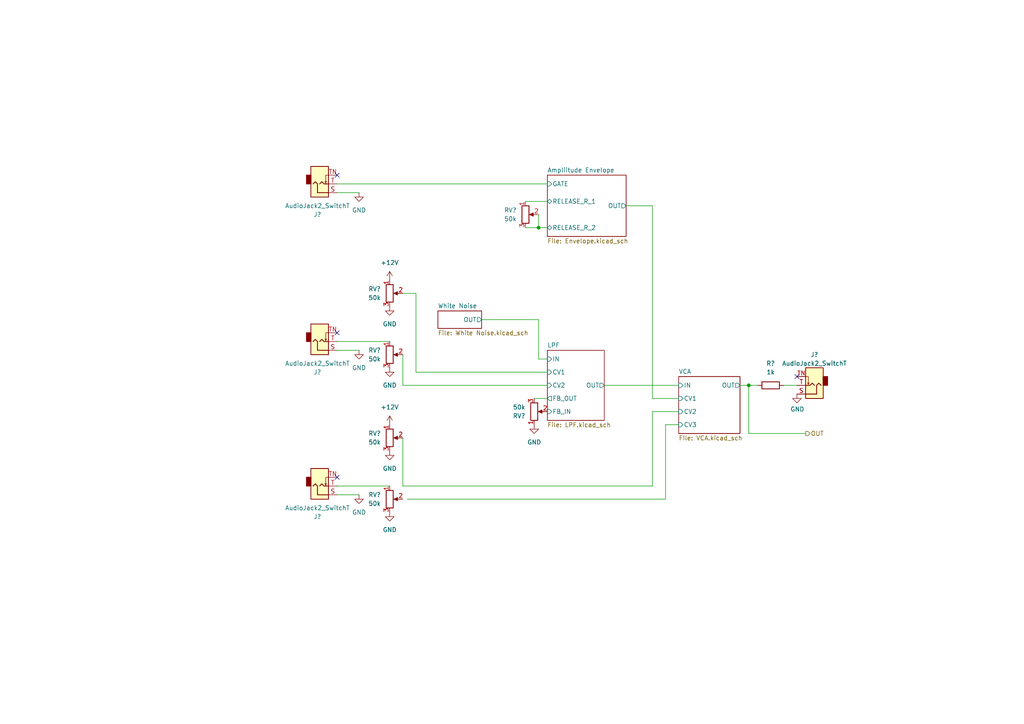
<source format=kicad_sch>
(kicad_sch (version 20211123) (generator eeschema)
  (paper "A4")
  (lib_symbols
    (symbol "Connector:AudioJack2_SwitchT"
      (property "Reference" "J" (at 0 8.89 0))
      (property "Value" "AudioJack2_SwitchT" (at 0 6.35 0))
      (symbol "AudioJack2_SwitchT_0_1"
        (rectangle (start -2.54 0) (end -3.81 -2.54) (stroke (width 0.254)) (fill (type outline)))
        (polyline (pts (xy 1.778 -0.254) (xy 2.032 -0.762)))
        (polyline (pts (xy 0 0) (xy 0.635 -0.635) (xy 1.27 0) (xy 2.54 0)) (stroke (width 0.254)))
        (polyline (pts (xy 2.54 -2.54) (xy 1.778 -2.54) (xy 1.778 -0.254) (xy 1.524 -0.762)))
        (polyline (pts (xy 2.54 2.54) (xy -0.635 2.54) (xy -0.635 0) (xy -1.27 -0.635) (xy -1.905 0)) (stroke (width 0.254)))
        (rectangle (start 2.54 3.81) (end -2.54 -5.08) (stroke (width 0.254)) (fill (type background)))
      )
      (symbol "AudioJack2_SwitchT_1_1"
        (pin passive line (at 5.08 2.54 180) (length 2.54) (name "~") (number "S"))
        (pin passive line (at 5.08 0 180) (length 2.54) (name "~") (number "T"))
        (pin passive line (at 5.08 -2.54 180) (length 2.54) (name "~") (number "TN"))
      )
    )
    (symbol "Device:R" (pin_numbers hide) (pin_names (offset 0))
      (property "Reference" "R" (at 2.032 0 90))
      (property "Value" "R" (at 0 0 90))
      (symbol "R_0_1"
        (rectangle (start -1.016 -2.54) (end 1.016 2.54) (stroke (width 0.254)))
      )
      (symbol "R_1_1"
        (pin passive line (at 0 3.81 270) (length 1.27) (name "~") (number "1"))
        (pin passive line (at 0 -3.81 90) (length 1.27) (name "~") (number "2"))
      )
    )
    (symbol "Device:R_Potentiometer" (pin_names (offset 1.016) hide)
      (property "Reference" "RV" (at -4.445 0 90))
      (property "Value" "R_Potentiometer" (at -2.54 0 90))
      (symbol "R_Potentiometer_0_1"
        (polyline (pts (xy 2.54 0) (xy 1.524 0)))
        (polyline (pts (xy 1.143 0) (xy 2.286 0.508) (xy 2.286 -0.508) (xy 1.143 0)) (fill (type outline)))
        (rectangle (start 1.016 2.54) (end -1.016 -2.54) (stroke (width 0.254)))
      )
      (symbol "R_Potentiometer_1_1"
        (pin passive line (at 0 3.81 270) (length 1.27) (name "1") (number "1"))
        (pin passive line (at 3.81 0 180) (length 1.27) (name "2") (number "2"))
        (pin passive line (at 0 -3.81 90) (length 1.27) (name "3") (number "3"))
      )
    )
    (symbol "power:+12V" (power) (pin_names (offset 0))
      (property "Value" "+12V" (at 0 3.556 0))
      (symbol "+12V_0_1"
        (polyline (pts (xy -0.762 1.27) (xy 0 2.54)))
        (polyline (pts (xy 0 0) (xy 0 2.54)))
        (polyline (pts (xy 0 2.54) (xy 0.762 1.27)))
      )
      (symbol "+12V_1_1"
        (pin power_in line (at 0 0 90) (length 0) hide (name "+12V") (number "1"))
      )
    )
    (symbol "power:GND" (power) (pin_names (offset 0))
      (property "Value" "GND" (at 0 -3.81 0))
      (symbol "GND_0_1"
        (polyline (pts (xy 0 0) (xy 0 -1.27) (xy 1.27 -1.27) (xy 0 -2.54) (xy -1.27 -1.27) (xy 0 -1.27)))
      )
      (symbol "GND_1_1"
        (pin power_in line (at 0 0 270) (length 0) hide (name "GND") (number "1"))
      )
    )
  )
  (junction (at 156.21 66.04))
  (junction (at 217.17 111.76))
  (no_connect (at 97.79 96.52))
  (no_connect (at 97.79 138.43))
  (no_connect (at 97.79 50.8))
  (no_connect (at 231.14 109.22))
  (wire (pts (xy 120.65 85.09) (xy 116.84 85.09)))
  (wire (pts (xy 154.94 115.57) (xy 158.75 115.57)))
  (wire (pts (xy 120.65 107.95) (xy 158.75 107.95)))
  (wire (pts (xy 156.21 66.04) (xy 152.4 66.04)))
  (wire (pts (xy 156.21 62.23) (xy 156.21 66.04)))
  (wire (pts (xy 116.84 111.76) (xy 158.75 111.76)))
  (wire (pts (xy 189.23 119.38) (xy 189.23 140.97)))
  (wire (pts (xy 104.14 143.51) (xy 97.79 143.51)))
  (wire (pts (xy 97.79 53.34) (xy 158.75 53.34)))
  (wire (pts (xy 196.85 119.38) (xy 189.23 119.38)))
  (wire (pts (xy 233.68 125.73) (xy 217.17 125.73)))
  (wire (pts (xy 214.63 111.76) (xy 217.17 111.76)))
  (wire (pts (xy 120.65 107.95) (xy 120.65 85.09)))
  (wire (pts (xy 152.4 58.42) (xy 158.75 58.42)))
  (wire (pts (xy 217.17 125.73) (xy 217.17 111.76)))
  (wire (pts (xy 156.21 66.04) (xy 158.75 66.04)))
  (wire (pts (xy 156.21 92.71) (xy 139.7 92.71)))
  (wire (pts (xy 97.79 140.97) (xy 113.03 140.97)))
  (wire (pts (xy 97.79 99.06) (xy 113.03 99.06)))
  (wire (pts (xy 181.61 59.69) (xy 189.23 59.69)))
  (wire (pts (xy 193.04 123.19) (xy 196.85 123.19)))
  (wire (pts (xy 104.14 55.88) (xy 97.79 55.88)))
  (wire (pts (xy 175.26 111.76) (xy 196.85 111.76)))
  (wire (pts (xy 189.23 115.57) (xy 196.85 115.57)))
  (wire (pts (xy 217.17 111.76) (xy 219.71 111.76)))
  (wire (pts (xy 116.84 102.87) (xy 116.84 111.76)))
  (wire (pts (xy 189.23 59.69) (xy 189.23 115.57)))
  (wire (pts (xy 156.21 104.14) (xy 156.21 92.71)))
  (wire (pts (xy 104.14 101.6) (xy 97.79 101.6)))
  (wire (pts (xy 158.75 104.14) (xy 156.21 104.14)))
  (wire (pts (xy 193.04 144.78) (xy 193.04 123.19)))
  (wire (pts (xy 227.33 111.76) (xy 231.14 111.76)))
  (wire (pts (xy 116.84 140.97) (xy 116.84 127)))
  (wire (pts (xy 118.11 144.78) (xy 193.04 144.78)))
  (wire (pts (xy 189.23 140.97) (xy 116.84 140.97)))
  (hierarchical_label "OUT" (shape output) (at 233.68 125.73 0))
  (symbol (lib_id "power:GND") (at 154.94 123.19 0) (unit 1)
    (property "Reference" "#PWR?" (effects hide))
    (property "Value" "GND" (at 154.94 128.27 0))
  )
  (symbol (lib_id "Connector:AudioJack2_SwitchT") (at 92.71 140.97 0) (mirror x) (unit 1)
    (property "Reference" "J?" (at 92.075 149.86 0))
    (property "Value" "AudioJack2_SwitchT" (at 92.075 147.32 0))
  )
  (symbol (lib_id "Connector:AudioJack2_SwitchT") (at 92.71 99.06 0) (mirror x) (unit 1)
    (property "Reference" "J?" (at 92.075 107.95 0))
    (property "Value" "AudioJack2_SwitchT" (at 92.075 105.41 0))
  )
  (symbol (lib_id "Device:R_Potentiometer") (at 113.03 144.78 0) (unit 1)
    (property "Reference" "RV?" (at 110.49 143.5099 0) (effects (justify right)))
    (property "Value" "50k" (at 110.49 146.0499 0) (effects (justify right)))
  )
  (symbol (lib_id "power:GND") (at 113.03 88.9 0) (unit 1)
    (property "Reference" "#PWR?" (effects hide))
    (property "Value" "GND" (at 113.03 93.98 0))
  )
  (symbol (lib_id "power:GND") (at 113.03 106.68 0) (unit 1)
    (property "Reference" "#PWR?" (effects hide))
    (property "Value" "GND" (at 113.03 111.76 0))
  )
  (symbol (lib_id "Device:R_Potentiometer") (at 113.03 102.87 0) (unit 1)
    (property "Reference" "RV?" (at 110.49 101.5999 0) (effects (justify right)))
    (property "Value" "50k" (at 110.49 104.1399 0) (effects (justify right)))
  )
  (symbol (lib_id "Device:R_Potentiometer") (at 113.03 127 0) (unit 1)
    (property "Reference" "RV?" (at 110.49 125.7299 0) (effects (justify right)))
    (property "Value" "50k" (at 110.49 128.2699 0) (effects (justify right)))
  )
  (symbol (lib_id "Device:R_Potentiometer") (at 152.4 62.23 0) (unit 1)
    (property "Reference" "RV?" (at 149.86 60.9599 0) (effects (justify right)))
    (property "Value" "50k" (at 149.86 63.4999 0) (effects (justify right)))
  )
  (symbol (lib_id "Device:R_Potentiometer") (at 113.03 85.09 0) (unit 1)
    (property "Reference" "RV?" (at 110.49 83.8199 0) (effects (justify right)))
    (property "Value" "50k" (at 110.49 86.3599 0) (effects (justify right)))
  )
  (symbol (lib_id "power:GND") (at 104.14 143.51 0) (unit 1)
    (property "Reference" "#PWR?" (effects hide))
    (property "Value" "GND" (at 104.14 148.59 0))
  )
  (symbol (lib_id "power:GND") (at 113.03 148.59 0) (unit 1)
    (property "Reference" "#PWR?" (effects hide))
    (property "Value" "GND" (at 113.03 153.67 0))
  )
  (symbol (lib_id "Connector:AudioJack2_SwitchT") (at 92.71 53.34 0) (mirror x) (unit 1)
    (property "Reference" "J?" (at 92.075 62.23 0))
    (property "Value" "AudioJack2_SwitchT" (at 92.075 59.69 0))
  )
  (symbol (lib_id "power:GND") (at 104.14 101.6 0) (unit 1)
    (property "Reference" "#PWR?" (effects hide))
    (property "Value" "GND" (at 104.14 106.68 0))
  )
  (symbol (lib_id "power:GND") (at 104.14 55.88 0) (unit 1)
    (property "Reference" "#PWR?" (effects hide))
    (property "Value" "GND" (at 104.14 60.96 0))
  )
  (symbol (lib_id "power:+12V") (at 113.03 123.19 0) (unit 1)
    (property "Reference" "#PWR?" (effects hide))
    (property "Value" "+12V" (at 113.03 118.11 0))
  )
  (symbol (lib_id "power:GND") (at 113.03 130.81 0) (unit 1)
    (property "Reference" "#PWR?" (effects hide))
    (property "Value" "GND" (at 113.03 135.89 0))
  )
  (symbol (lib_id "Device:R_Potentiometer") (at 154.94 119.38 0) (mirror x) (unit 1)
    (property "Reference" "RV?" (at 152.4 120.6501 0) (effects (justify right)))
    (property "Value" "50k" (at 152.4 118.1101 0) (effects (justify right)))
  )
  (symbol (lib_id "power:+12V") (at 113.03 81.28 0) (unit 1)
    (property "Reference" "#PWR?" (effects hide))
    (property "Value" "+12V" (at 113.03 76.2 0))
  )
  (symbol (lib_id "Device:R") (at 223.52 111.76 90) (unit 1)
    (property "Reference" "R?" (at 223.52 105.41 90))
    (property "Value" "1k" (at 223.52 107.95 90))
  )
  (symbol (lib_id "power:GND") (at 231.14 114.3 0) (unit 1)
    (property "Reference" "#PWR?" (effects hide))
    (property "Value" "GND" (at 231.267 118.6942 0))
  )
  (symbol (lib_id "Connector:AudioJack2_SwitchT") (at 236.22 111.76 180) (unit 1)
    (property "Reference" "J?" (at 236.22 102.87 0))
    (property "Value" "AudioJack2_SwitchT" (at 236.22 105.41 0))
    (property "Footprint" "Connector_Audio:Jack_3.5mm_QingPu_WQP-PJ398SM_Vertical_CircularHoles" (effects hide))
  )
  (sheet (at 127 90.17) (size 12.7 5.08) (stroke (width 0.1524))
    (property "Sheet name" "White Noise" (at 127 89.4584 0) (effects (justify left bottom)))
    (property "Sheet file" "White Noise.kicad_sch" (at 127 95.8346 0) (effects (justify left top)))
    (pin "OUT" output (at 139.7 92.71 0))
  )
  (sheet (at 196.85 109.22) (size 17.78 16.51) (stroke (width 0.1524))
    (property "Sheet name" "VCA" (at 196.85 108.5084 0) (effects (justify left bottom)))
    (property "Sheet file" "VCA.kicad_sch" (at 196.85 126.3146 0) (effects (justify left top)))
    (pin "IN" input (at 196.85 111.76 180))
    (pin "OUT" output (at 214.63 111.76 0))
    (pin "CV1" input (at 196.85 115.57 180))
    (pin "CV2" input (at 196.85 119.38 180))
    (pin "CV3" input (at 196.85 123.19 180))
  )
  (sheet (at 158.75 50.8) (size 22.86 17.78) (stroke (width 0.1524))
    (property "Sheet name" "Ampliitude Envelope" (at 158.75 50.0884 0) (effects (justify left bottom)))
    (property "Sheet file" "Envelope.kicad_sch" (at 158.75 69.1646 0) (effects (justify left top)))
    (pin "GATE" input (at 158.75 53.34 180))
    (pin "OUT" output (at 181.61 59.69 0))
    (pin "RELEASE_R_2" bidirectional (at 158.75 66.04 180))
    (pin "RELEASE_R_1" bidirectional (at 158.75 58.42 180))
  )
  (sheet (at 158.75 101.6) (size 16.51 20.32) (stroke (width 0.1524))
    (property "Sheet name" "LPF" (at 158.75 100.8884 0) (effects (justify left bottom)))
    (property "Sheet file" "LPF.kicad_sch" (at 158.75 122.5046 0) (effects (justify left top)))
    (pin "IN" input (at 158.75 104.14 180))
    (pin "CV1" input (at 158.75 107.95 180))
    (pin "CV2" input (at 158.75 111.76 180))
    (pin "FB_IN" input (at 158.75 119.38 180))
    (pin "FB_OUT" output (at 158.75 115.57 180))
    (pin "OUT" output (at 175.26 111.76 0))
  )
)
</source>
